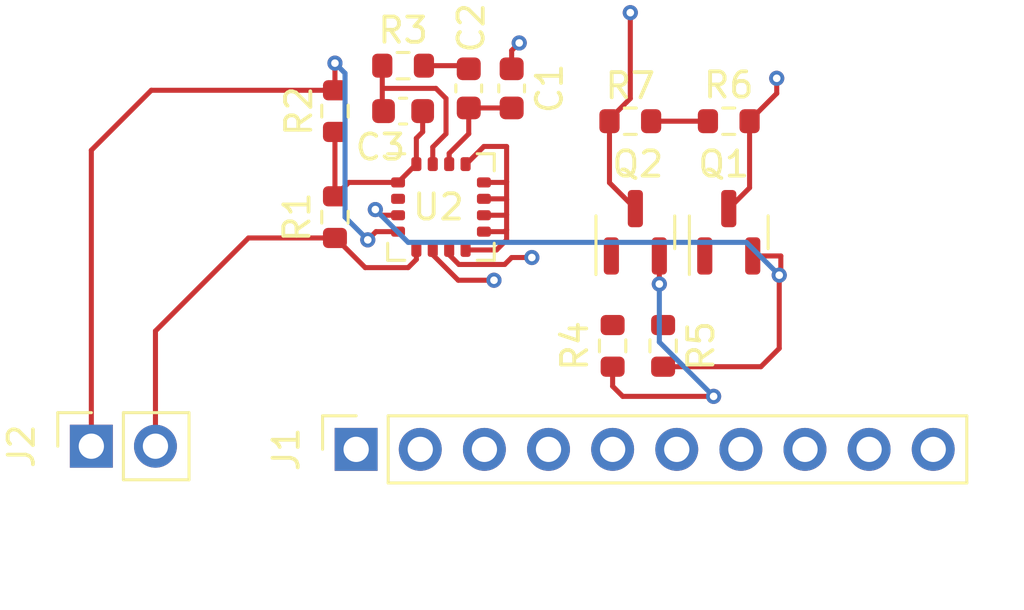
<source format=kicad_pcb>
(kicad_pcb (version 20221018) (generator pcbnew)
  (layers (0 "F.Cu" signal) (31 "B.Cu" signal) (34 "B.Paste" user) (35 "F.Paste" user) (36 "B.SilkS" user "B.Silkscreen") (37 "F.SilkS" user "F.Silkscreen") (38 "B.Mask" user) (39 "F.Mask" user) (44 "Edge.Cuts" user))
  (net 0 "")
  (net 1 "Net-(U2-RES(CAP))")
  (net 2 "GND")
  (net 3 "Net-(C2-Pad2)")
  (net 4 "+2V8")
  (net 5 "/VIN")
  (net 6 "/I2C_CLK")
  (net 7 "/12C_SDA")
  (net 8 "/G_INT")
  (net 9 "/G_RDY")
  (net 13 "/SPI_CLK")
  (net 14 "/SPI_MISO")
  (net 15 "/SPI_CS")
  (net 16 "/SPI_MOSI")
  (net 17 "/12C_SDA_MISO")
  (footprint "Package_TO_SOT_SMD:SOT-23" (layer "F.Cu") (at 78.1 72.7 90)
    (fp_text reference "Q2" (at 2.7 0.1 180) (layer "F.SilkS"))
    (fp_text value "BSS138")
    (fp_line (start 0 -1.56) (end -1.675 -1.56) (stroke (width 0.12)) (layer "F.SilkS"))
    (fp_line (start 0 -1.56) (end 0.65 -1.56) (stroke (width 0.12)) (layer "F.SilkS"))
    (fp_line (start 0 1.56) (end -0.65 1.56) (stroke (width 0.12)) (layer "F.SilkS"))
    (fp_line (start 0 1.56) (end 0.65 1.56) (stroke (width 0.12)) (layer "F.SilkS"))
    (pad "1" smd roundrect (at -0.9375 -0.95 90) (size 1.475 0.6) (layers "F.Cu" "F.Paste" "F.Mask") (net 4 "+2V8"))
    (pad "2" smd roundrect (at -0.9375 0.95 90) (size 1.475 0.6) (layers "F.Cu" "F.Paste" "F.Mask") (net 13 "/SPI_CLK"))
    (pad "3" smd roundrect (at 0.9375 0 90) (size 1.475 0.6) (layers "F.Cu" "F.Paste" "F.Mask") (net 6 "/I2C_CLK"))
  )
  (footprint "Capacitor_SMD:C_0603_1608Metric" (layer "F.Cu") (at 68.9 67.9 180)
    (fp_text reference "C3" (at 0.9 -1.43) (layer "F.SilkS"))
    (fp_text value "100nF")
    (fp_line (start -0.14058 -0.51) (end 0.14058 -0.51) (stroke (width 0.12)) (layer "F.SilkS"))
    (fp_line (start -0.14058 0.51) (end 0.14058 0.51) (stroke (width 0.12)) (layer "F.SilkS"))
    (pad "1" smd roundrect (at -0.775 0 180) (size 0.9 0.95) (layers "F.Cu" "F.Paste" "F.Mask") (net 4 "+2V8"))
    (pad "2" smd roundrect (at 0.775 0 180) (size 0.9 0.95) (layers "F.Cu" "F.Paste" "F.Mask") (net 2 "GND"))
  )
  (footprint "Resistor_SMD:R_0603_1608Metric" (layer "F.Cu") (at 77.9 68.3 180)
    (fp_text reference "R7" (at 0 1.4) (layer "F.SilkS"))
    (fp_text value "10k")
    (fp_line (start -0.237258 -0.5225) (end 0.237258 -0.5225) (stroke (width 0.12)) (layer "F.SilkS"))
    (fp_line (start -0.237258 0.5225) (end 0.237258 0.5225) (stroke (width 0.12)) (layer "F.SilkS"))
    (pad "1" smd roundrect (at -0.825 0 180) (size 0.8 0.95) (layers "F.Cu" "F.Paste" "F.Mask") (net 5 "/VIN"))
    (pad "2" smd roundrect (at 0.825 0 180) (size 0.8 0.95) (layers "F.Cu" "F.Paste" "F.Mask") (net 6 "/I2C_CLK"))
  )
  (footprint "Connector_PinSocket_2.54mm:PinSocket_1x10_P2.54mm_Vertical" (layer "F.Cu") (at 67.04 81.3 90)
    (fp_text reference "J1" (at 0 -2.77 90) (layer "F.SilkS"))
    (fp_text value "I2C_Gyro_Module")
    (fp_line (start -1.33 1.27) (end -1.33 24.19) (stroke (width 0.12)) (layer "F.SilkS"))
    (fp_line (start -1.33 1.27) (end 1.33 1.27) (stroke (width 0.12)) (layer "F.SilkS"))
    (fp_line (start -1.33 24.19) (end 1.33 24.19) (stroke (width 0.12)) (layer "F.SilkS"))
    (fp_line (start 0 -1.33) (end 1.33 -1.33) (stroke (width 0.12)) (layer "F.SilkS"))
    (fp_line (start 1.33 -1.33) (end 1.33 0) (stroke (width 0.12)) (layer "F.SilkS"))
    (fp_line (start 1.33 1.27) (end 1.33 24.19) (stroke (width 0.12)) (layer "F.SilkS"))
    (pad "1" thru_hole rect (at 0 0 90) (size 1.7 1.7) (drill 1) (layers "*.Cu" "*.Mask") (net 5 "/VIN"))
    (pad "2" thru_hole oval (at 0 2.54 90) (size 1.7 1.7) (drill 1) (layers "*.Cu" "*.Mask") (net 4 "+2V8"))
    (pad "3" thru_hole oval (at 0 5.08 90) (size 1.7 1.7) (drill 1) (layers "*.Cu" "*.Mask") (net 2 "GND"))
    (pad "4" thru_hole oval (at 0 7.62 90) (size 1.7 1.7) (drill 1) (layers "*.Cu" "*.Mask") (net 6 "/I2C_CLK"))
    (pad "5" thru_hole oval (at 0 10.16 90) (size 1.7 1.7) (drill 1) (layers "*.Cu" "*.Mask") (net 17 "/12C_SDA_MISO"))
    (pad "6" thru_hole oval (at 0 12.7 90) (size 1.7 1.7) (drill 1) (layers "*.Cu" "*.Mask") (net 8 "/G_INT"))
    (pad "7" thru_hole oval (at 0 15.24 90) (size 1.7 1.7) (drill 1) (layers "*.Cu" "*.Mask") (net 9 "/G_RDY"))
    (pad "8" thru_hole oval (at 0 17.78 90) (size 1.7 1.7) (drill 1) (layers "*.Cu" "*.Mask"))
    (pad "9" thru_hole oval (at 0 20.32 90) (size 1.7 1.7) (drill 1) (layers "*.Cu" "*.Mask"))
    (pad "10" thru_hole oval (at 0 22.86 90) (size 1.7 1.7) (drill 1) (layers "*.Cu" "*.Mask"))
  )
  (footprint "Capacitor_SMD:C_0603_1608Metric" (layer "F.Cu") (at 73.2 67 90)
    (fp_text reference "C1" (at 0 1.5 90) (layer "F.SilkS"))
    (fp_text value "10nF")
    (fp_line (start -0.14058 -0.51) (end 0.14058 -0.51) (stroke (width 0.12)) (layer "F.SilkS"))
    (fp_line (start -0.14058 0.51) (end 0.14058 0.51) (stroke (width 0.12)) (layer "F.SilkS"))
    (pad "1" smd roundrect (at -0.775 0 90) (size 0.9 0.95) (layers "F.Cu" "F.Paste" "F.Mask") (net 1 "Net-(U2-RES(CAP))"))
    (pad "2" smd roundrect (at 0.775 0 90) (size 0.9 0.95) (layers "F.Cu" "F.Paste" "F.Mask") (net 2 "GND"))
  )
  (footprint "Resistor_SMD:R_0603_1608Metric" (layer "F.Cu") (at 68.9 66.1 180)
    (fp_text reference "R3" (at 0 1.4) (layer "F.SilkS"))
    (fp_text value "10k")
    (fp_line (start -0.237258 -0.5225) (end 0.237258 -0.5225) (stroke (width 0.12)) (layer "F.SilkS"))
    (fp_line (start -0.237258 0.5225) (end 0.237258 0.5225) (stroke (width 0.12)) (layer "F.SilkS"))
    (pad "1" smd roundrect (at -0.825 0 180) (size 0.8 0.95) (layers "F.Cu" "F.Paste" "F.Mask") (net 3 "Net-(C2-Pad2)"))
    (pad "2" smd roundrect (at 0.825 0 180) (size 0.8 0.95) (layers "F.Cu" "F.Paste" "F.Mask") (net 2 "GND"))
  )
  (footprint "Resistor_SMD:R_0603_1608Metric" (layer "F.Cu") (at 66.2 72.1 -90)
    (fp_text reference "R1" (at 0 1.5 90) (layer "F.SilkS"))
    (fp_text value "10k")
    (fp_line (start -0.237258 -0.5225) (end 0.237258 -0.5225) (stroke (width 0.12)) (layer "F.SilkS"))
    (fp_line (start -0.237258 0.5225) (end 0.237258 0.5225) (stroke (width 0.12)) (layer "F.SilkS"))
    (pad "1" smd roundrect (at -0.825 0 270) (size 0.8 0.95) (layers "F.Cu" "F.Paste" "F.Mask") (net 4 "+2V8"))
    (pad "2" smd roundrect (at 0.825 0 270) (size 0.8 0.95) (layers "F.Cu" "F.Paste" "F.Mask") (net 15 "/SPI_CS"))
  )
  (footprint "Resistor_SMD:R_0603_1608Metric" (layer "F.Cu") (at 66.2 67.9 90)
    (fp_text reference "R2" (at 0 -1.43 90) (layer "F.SilkS"))
    (fp_text value "10k")
    (fp_line (start -0.237258 -0.5225) (end 0.237258 -0.5225) (stroke (width 0.12)) (layer "F.SilkS"))
    (fp_line (start -0.237258 0.5225) (end 0.237258 0.5225) (stroke (width 0.12)) (layer "F.SilkS"))
    (pad "1" smd roundrect (at -0.825 0 90) (size 0.8 0.95) (layers "F.Cu" "F.Paste" "F.Mask") (net 4 "+2V8"))
    (pad "2" smd roundrect (at 0.825 0 90) (size 0.8 0.95) (layers "F.Cu" "F.Paste" "F.Mask") (net 16 "/SPI_MOSI"))
  )
  (footprint "Resistor_SMD:R_0603_1608Metric" (layer "F.Cu") (at 81.8 68.3)
    (fp_text reference "R6" (at 0 -1.43) (layer "F.SilkS"))
    (fp_text value "10k")
    (fp_line (start -0.237258 -0.5225) (end 0.237258 -0.5225) (stroke (width 0.12)) (layer "F.SilkS"))
    (fp_line (start -0.237258 0.5225) (end 0.237258 0.5225) (stroke (width 0.12)) (layer "F.SilkS"))
    (pad "1" smd roundrect (at -0.825 0) (size 0.8 0.95) (layers "F.Cu" "F.Paste" "F.Mask") (net 5 "/VIN"))
    (pad "2" smd roundrect (at 0.825 0) (size 0.8 0.95) (layers "F.Cu" "F.Paste" "F.Mask") (net 7 "/12C_SDA"))
  )
  (footprint "Capacitor_SMD:C_0603_1608Metric" (layer "F.Cu") (at 71.5 67 90)
    (fp_text reference "C2" (at 2.4 0.1 90) (layer "F.SilkS"))
    (fp_text value "470nF")
    (fp_line (start -0.14058 -0.51) (end 0.14058 -0.51) (stroke (width 0.12)) (layer "F.SilkS"))
    (fp_line (start -0.14058 0.51) (end 0.14058 0.51) (stroke (width 0.12)) (layer "F.SilkS"))
    (pad "1" smd roundrect (at -0.775 0 90) (size 0.9 0.95) (layers "F.Cu" "F.Paste" "F.Mask") (net 1 "Net-(U2-RES(CAP))"))
    (pad "2" smd roundrect (at 0.775 0 90) (size 0.9 0.95) (layers "F.Cu" "F.Paste" "F.Mask") (net 3 "Net-(C2-Pad2)"))
  )
  (footprint "Resistor_SMD:R_0603_1608Metric" (layer "F.Cu") (at 77.2 77.2 -90)
    (fp_text reference "R4" (at 0 1.5 90) (layer "F.SilkS"))
    (fp_text value "10k")
    (fp_line (start -0.237258 -0.5225) (end 0.237258 -0.5225) (stroke (width 0.12)) (layer "F.SilkS"))
    (fp_line (start -0.237258 0.5225) (end 0.237258 0.5225) (stroke (width 0.12)) (layer "F.SilkS"))
    (pad "1" smd roundrect (at -0.825 0 270) (size 0.8 0.95) (layers "F.Cu" "F.Paste" "F.Mask") (net 4 "+2V8"))
    (pad "2" smd roundrect (at 0.825 0 270) (size 0.8 0.95) (layers "F.Cu" "F.Paste" "F.Mask") (net 13 "/SPI_CLK"))
  )
  (footprint "Package_TO_SOT_SMD:SOT-23" (layer "F.Cu") (at 81.8 72.7 90)
    (fp_text reference "Q1" (at 2.7 -0.2 180) (layer "F.SilkS"))
    (fp_text value "BSS138")
    (fp_line (start 0 -1.56) (end -1.675 -1.56) (stroke (width 0.12)) (layer "F.SilkS"))
    (fp_line (start 0 -1.56) (end 0.65 -1.56) (stroke (width 0.12)) (layer "F.SilkS"))
    (fp_line (start 0 1.56) (end -0.65 1.56) (stroke (width 0.12)) (layer "F.SilkS"))
    (fp_line (start 0 1.56) (end 0.65 1.56) (stroke (width 0.12)) (layer "F.SilkS"))
    (pad "1" smd roundrect (at -0.9375 -0.95 90) (size 1.475 0.6) (layers "F.Cu" "F.Paste" "F.Mask") (net 4 "+2V8"))
    (pad "2" smd roundrect (at -0.9375 0.95 90) (size 1.475 0.6) (layers "F.Cu" "F.Paste" "F.Mask") (net 14 "/SPI_MISO"))
    (pad "3" smd roundrect (at 0.9375 0 90) (size 1.475 0.6) (layers "F.Cu" "F.Paste" "F.Mask") (net 7 "/12C_SDA"))
  )
  (footprint "Resistor_SMD:R_0603_1608Metric" (layer "F.Cu") (at 79.2 77.2 -90)
    (fp_text reference "R5" (at 0 -1.5 90) (layer "F.SilkS"))
    (fp_text value "10k")
    (fp_line (start -0.237258 -0.5225) (end 0.237258 -0.5225) (stroke (width 0.12)) (layer "F.SilkS"))
    (fp_line (start -0.237258 0.5225) (end 0.237258 0.5225) (stroke (width 0.12)) (layer "F.SilkS"))
    (pad "1" smd roundrect (at -0.825 0 270) (size 0.8 0.95) (layers "F.Cu" "F.Paste" "F.Mask") (net 4 "+2V8"))
    (pad "2" smd roundrect (at 0.825 0 270) (size 0.8 0.95) (layers "F.Cu" "F.Paste" "F.Mask") (net 14 "/SPI_MISO"))
  )
  (footprint "Package_LGA:LGA-16_4x4mm_P0.65mm_LayoutBorder4x4y" (layer "F.Cu") (at 70.4 71.7)
    (fp_text reference "U2" (at -0.1 0) (layer "F.SilkS"))
    (fp_text value "L3GD20")
    (fp_line (start -2.11 2.11) (end -2.11 1.435) (stroke (width 0.12)) (layer "F.SilkS"))
    (fp_line (start -1.435 -2.11) (end -2.11 -2.11) (stroke (width 0.12)) (layer "F.SilkS"))
    (fp_line (start -1.435 2.11) (end -2.11 2.11) (stroke (width 0.12)) (layer "F.SilkS"))
    (fp_line (start 1.435 -2.11) (end 2.11 -2.11) (stroke (width 0.12)) (layer "F.SilkS"))
    (fp_line (start 1.435 2.11) (end 2.11 2.11) (stroke (width 0.12)) (layer "F.SilkS"))
    (fp_line (start 2.11 -2.11) (end 2.11 -1.435) (stroke (width 0.12)) (layer "F.SilkS"))
    (fp_line (start 2.11 2.11) (end 2.11 1.435) (stroke (width 0.12)) (layer "F.SilkS"))
    (pad "1" smd roundrect (at -1.7 -0.975) (size 0.55 0.4) (layers "F.Cu" "F.Paste" "F.Mask") (net 4 "+2V8"))
    (pad "2" smd roundrect (at -1.7 -0.325) (size 0.55 0.4) (layers "F.Cu" "F.Paste" "F.Mask") (net 13 "/SPI_CLK"))
    (pad "3" smd roundrect (at -1.7 0.325) (size 0.55 0.4) (layers "F.Cu" "F.Paste" "F.Mask") (net 14 "/SPI_MISO"))
    (pad "4" smd roundrect (at -1.7 0.975) (size 0.55 0.4) (layers "F.Cu" "F.Paste" "F.Mask") (net 16 "/SPI_MOSI"))
    (pad "5" smd roundrect (at -0.975 1.7) (size 0.4 0.55) (layers "F.Cu" "F.Paste" "F.Mask") (net 15 "/SPI_CS"))
    (pad "6" smd roundrect (at -0.325 1.7) (size 0.4 0.55) (layers "F.Cu" "F.Paste" "F.Mask") (net 9 "/G_RDY"))
    (pad "7" smd roundrect (at 0.325 1.7) (size 0.4 0.55) (layers "F.Cu" "F.Paste" "F.Mask") (net 8 "/G_INT"))
    (pad "8" smd roundrect (at 0.975 1.7) (size 0.4 0.55) (layers "F.Cu" "F.Paste" "F.Mask") (net 2 "GND"))
    (pad "9" smd roundrect (at 1.7 0.975) (size 0.55 0.4) (layers "F.Cu" "F.Paste" "F.Mask") (net 2 "GND"))
    (pad "10" smd roundrect (at 1.7 0.325) (size 0.55 0.4) (layers "F.Cu" "F.Paste" "F.Mask") (net 2 "GND"))
    (pad "11" smd roundrect (at 1.7 -0.325) (size 0.55 0.4) (layers "F.Cu" "F.Paste" "F.Mask") (net 2 "GND"))
    (pad "12" smd roundrect (at 1.7 -0.975) (size 0.55 0.4) (layers "F.Cu" "F.Paste" "F.Mask") (net 2 "GND"))
    (pad "13" smd roundrect (at 0.975 -1.7) (size 0.4 0.55) (layers "F.Cu" "F.Paste" "F.Mask") (net 2 "GND"))
    (pad "14" smd roundrect (at 0.325 -1.7) (size 0.4 0.55) (layers "F.Cu" "F.Paste" "F.Mask") (net 1 "Net-(U2-RES(CAP))"))
    (pad "15" smd roundrect (at -0.325 -1.7) (size 0.4 0.55) (layers "F.Cu" "F.Paste" "F.Mask") (net 2 "GND"))
    (pad "16" smd roundrect (at -0.975 -1.7) (size 0.4 0.55) (layers "F.Cu" "F.Paste" "F.Mask") (net 4 "+2V8"))
  )
  (footprint "Connector_PinSocket_2.54mm:PinSocket_1x02_P2.54mm_Vertical" (layer "F.Cu") (at 56.55 81.175 90)
    (fp_text reference "J2" (at 0 -2.77 90) (layer "F.SilkS"))
    (fp_text value "I2C_Gyro_Module")
    (fp_line (start -1.33 1.27) (end -1.33 3.87) (stroke (width 0.12)) (layer "F.SilkS"))
    (fp_line (start -1.33 1.27) (end 1.33 1.27) (stroke (width 0.12)) (layer "F.SilkS"))
    (fp_line (start -1.33 3.87) (end 1.33 3.87) (stroke (width 0.12)) (layer "F.SilkS"))
    (fp_line (start 0 -1.33) (end 1.33 -1.33) (stroke (width 0.12)) (layer "F.SilkS"))
    (fp_line (start 1.33 -1.33) (end 1.33 0) (stroke (width 0.12)) (layer "F.SilkS"))
    (fp_line (start 1.33 1.27) (end 1.33 3.87) (stroke (width 0.12)) (layer "F.SilkS"))
    (pad "1" thru_hole rect (at 0 0 90) (size 1.7 1.7) (drill 1) (layers "*.Cu" "*.Mask") (net 16 "/SPI_MOSI"))
    (pad "2" thru_hole oval (at 0 2.54 90) (size 1.7 1.7) (drill 1) (layers "*.Cu" "*.Mask") (net 15 "/SPI_CS"))
  )
  (segment (start 71.5 68.8) (end 71.5 67.775) (width 0.2) (layer "F.Cu") (net 1))
  (segment (start 70.725 69.575) (end 71.5 68.8) (width 0.2) (layer "F.Cu") (net 1))
  (segment (start 71.5 67.775) (end 73.2 67.775) (width 0.2) (layer "F.Cu") (net 1))
  (segment (start 70.725 70) (end 70.725 69.575) (width 0.2) (layer "F.Cu") (net 1))
  (segment (start 70.6 68.8) (end 70.6 67.4) (width 0.2) (layer "F.Cu") (net 2))
  (segment (start 73 72.6) (end 73 73) (width 0.2) (layer "F.Cu") (net 2))
  (segment (start 70.075 70) (end 70.075 69.325) (width 0.2) (layer "F.Cu") (net 2))
  (segment (start 72.975 70.725) (end 73 70.7) (width 0.2) (layer "F.Cu") (net 2))
  (segment (start 70.6 67.4) (end 70.2 67) (width 0.2) (layer "F.Cu") (net 2))
  (segment (start 73 69.3) (end 73 70.7) (width 0.2) (layer "F.Cu") (net 2))
  (segment (start 68.075 66.1) (end 68.075 67.85) (width 0.2) (layer "F.Cu") (net 2))
  (segment (start 73 71.4) (end 73 72) (width 0.2) (layer "F.Cu") (net 2))
  (segment (start 72.6 73.4) (end 73 73) (width 0.2) (layer "F.Cu") (net 2))
  (segment (start 70.075 69.325) (end 70.6 68.8) (width 0.2) (layer "F.Cu") (net 2))
  (segment (start 72.1 70.725) (end 72.975 70.725) (width 0.2) (layer "F.Cu") (net 2))
  (segment (start 73 72) (end 73 72.6) (width 0.2) (layer "F.Cu") (net 2))
  (segment (start 72.1 71.375) (end 72.975 71.375) (width 0.2) (layer "F.Cu") (net 2))
  (segment (start 71.375 73.4) (end 72.6 73.4) (width 0.2) (layer "F.Cu") (net 2))
  (segment (start 72.1 72.025) (end 72.975 72.025) (width 0.2) (layer "F.Cu") (net 2))
  (segment (start 73 70.7) (end 73 71.4) (width 0.2) (layer "F.Cu") (net 2))
  (segment (start 73.2 66.225) (end 73.2 65.5) (width 0.2) (layer "F.Cu") (net 2))
  (segment (start 72.1 72.675) (end 72.925 72.675) (width 0.2) (layer "F.Cu") (net 2))
  (segment (start 72.975 71.375) (end 73 71.4) (width 0.2) (layer "F.Cu") (net 2))
  (segment (start 72.925 72.675) (end 73 72.6) (width 0.2) (layer "F.Cu") (net 2))
  (segment (start 72.1 69.3) (end 73 69.3) (width 0.2) (layer "F.Cu") (net 2))
  (segment (start 72.975 72.025) (end 73 72) (width 0.2) (layer "F.Cu") (net 2))
  (segment (start 71.4 70) (end 72.1 69.3) (width 0.2) (layer "F.Cu") (net 2))
  (segment (start 70.2 67) (end 68.1 67) (width 0.2) (layer "F.Cu") (net 2))
  (segment (start 73.2 65.5) (end 73.5 65.2) (width 0.2) (layer "F.Cu") (net 2))
  (segment (start 68.075 67.85) (end 68.125 67.9) (width 0.2) (layer "F.Cu") (net 2))
  (segment (start 71.375 70) (end 71.4 70) (width 0.2) (layer "F.Cu") (net 2))
  (via (at 73.5 65.2) (size 0.6) (drill 0.3) (layers "F.Cu" "B.Cu") (net 2))
  (segment (start 71.5 66.225) (end 71.375 66.1) (width 0.2) (layer "F.Cu") (net 3))
  (segment (start 71.375 66.1) (end 69.725 66.1) (width 0.2) (layer "F.Cu") (net 3))
  (segment (start 68.7 70.725) (end 66.75 70.725) (width 0.2) (layer "F.Cu") (net 4))
  (segment (start 69.675 68.725) (end 69.425 68.975) (width 0.2) (layer "F.Cu") (net 4))
  (segment (start 66.75 70.725) (end 66.2 71.275) (width 0.2) (layer "F.Cu") (net 4))
  (segment (start 69.425 70) (end 68.7 70.725) (width 0.2) (layer "F.Cu") (net 4))
  (segment (start 66.2 71.275) (end 66.2 68.725) (width 0.2) (layer "F.Cu") (net 4))
  (segment (start 69.425 68.975) (end 69.425 70) (width 0.2) (layer "F.Cu") (net 4))
  (segment (start 69.675 67.9) (end 69.675 68.725) (width 0.2) (layer "F.Cu") (net 4))
  (segment (start 78.725 68.3) (end 80.975 68.3) (width 0.2) (layer "F.Cu") (net 5))
  (segment (start 77.9 67.4) (end 77.9 64) (width 0.2) (layer "F.Cu") (net 6))
  (segment (start 77.075 68.3) (end 77.075 68.225) (width 0.2) (layer "F.Cu") (net 6))
  (segment (start 77.075 68.3) (end 77.075 70.7375) (width 0.2) (layer "F.Cu") (net 6))
  (segment (start 77.075 68.225) (end 77.9 67.4) (width 0.2) (layer "F.Cu") (net 6))
  (segment (start 77.075 70.7375) (end 78.1 71.7625) (width 0.2) (layer "F.Cu") (net 6))
  (via (at 77.9 64) (size 0.6) (drill 0.3) (layers "F.Cu" "B.Cu") (net 6))
  (segment (start 82.625 68.275) (end 83.7 67.2) (width 0.2) (layer "F.Cu") (net 7))
  (segment (start 83.7 67.2) (end 83.7 66.6) (width 0.2) (layer "F.Cu") (net 7))
  (segment (start 82.625 70.9375) (end 81.8 71.7625) (width 0.2) (layer "F.Cu") (net 7))
  (segment (start 82.625 68.3) (end 82.625 68.275) (width 0.2) (layer "F.Cu") (net 7))
  (segment (start 82.625 68.3) (end 82.625 70.9375) (width 0.2) (layer "F.Cu") (net 7))
  (via (at 83.7 66.6) (size 0.6) (drill 0.3) (layers "F.Cu" "B.Cu") (net 7))
  (segment (start 70.725 73.4) (end 70.725 73.590685) (width 0.2) (layer "F.Cu") (net 8))
  (segment (start 71.109315 73.975) (end 72.925 73.975) (width 0.2) (layer "F.Cu") (net 8))
  (segment (start 72.925 73.975) (end 73.2 73.7) (width 0.2) (layer "F.Cu") (net 8))
  (segment (start 70.725 73.590685) (end 71.109315 73.975) (width 0.2) (layer "F.Cu") (net 8))
  (segment (start 73.2 73.7) (end 74 73.7) (width 0.2) (layer "F.Cu") (net 8))
  (via (at 74 73.7) (size 0.6) (drill 0.3) (layers "F.Cu" "B.Cu") (net 8))
  (segment (start 70.075 73.590685) (end 71.084315 74.6) (width 0.2) (layer "F.Cu") (net 9))
  (segment (start 71.084315 74.6) (end 72.5 74.6) (width 0.2) (layer "F.Cu") (net 9))
  (segment (start 70.075 73.4) (end 70.075 73.590685) (width 0.2) (layer "F.Cu") (net 9))
  (via (at 72.5 74.6) (size 0.6) (drill 0.3) (layers "F.Cu" "B.Cu") (net 9))
  (segment (start 79.05 73.6375) (end 79.05 74.75) (width 0.2) (layer "F.Cu") (net 13))
  (segment (start 81.2 79.2) (end 77.6 79.2) (width 0.2) (layer "F.Cu") (net 13))
  (segment (start 77.2 78.8) (end 77.2 78.025) (width 0.2) (layer "F.Cu") (net 13))
  (segment (start 77.6 79.2) (end 77.2 78.8) (width 0.2) (layer "F.Cu") (net 13))
  (via (at 79.05 74.75) (size 0.6) (drill 0.3) (layers "F.Cu" "B.Cu") (net 13))
  (via (at 81.2 79.2) (size 0.6) (drill 0.3) (layers "F.Cu" "B.Cu") (net 13))
  (segment (start 79.05 74.75) (end 79.05 77.05) (width 0.2) (layer "B.Cu") (net 13))
  (segment (start 79.05 77.05) (end 81.2 79.2) (width 0.2) (layer "B.Cu") (net 13))
  (segment (start 83.8 74.4) (end 83.8 77.3) (width 0.2) (layer "F.Cu") (net 14))
  (segment (start 68.025 72.025) (end 67.8 71.8) (width 0.2) (layer "F.Cu") (net 14))
  (segment (start 83.8 77.3) (end 83.075 78.025) (width 0.2) (layer "F.Cu") (net 14))
  (segment (start 68.7 72.025) (end 68.025 72.025) (width 0.2) (layer "F.Cu") (net 14))
  (segment (start 83.8625 74.3375) (end 83.8 74.4) (width 0.2) (layer "F.Cu") (net 14))
  (segment (start 82.75 73.6375) (end 83.8625 73.6375) (width 0.2) (layer "F.Cu") (net 14))
  (segment (start 83.075 78.025) (end 79.2 78.025) (width 0.2) (layer "F.Cu") (net 14))
  (segment (start 83.8625 73.6375) (end 83.8625 74.3375) (width 0.2) (layer "F.Cu") (net 14))
  (via (at 67.8 71.8) (size 0.6) (drill 0.3) (layers "F.Cu" "B.Cu") (net 14))
  (via (at 83.8 74.4) (size 0.6) (drill 0.3) (layers "F.Cu" "B.Cu") (net 14))
  (segment (start 69.1 73.1) (end 67.8 71.8) (width 0.2) (layer "B.Cu") (net 14))
  (segment (start 83.8 74.4) (end 82.5 73.1) (width 0.2) (layer "B.Cu") (net 14))
  (segment (start 82.5 73.1) (end 69.1 73.1) (width 0.2) (layer "B.Cu") (net 14))
  (segment (start 66.225 72.925) (end 66.2 72.925) (width 0.2) (layer "F.Cu") (net 15))
  (segment (start 69.425 73.4) (end 69.425 73.775) (width 0.2) (layer "F.Cu") (net 15))
  (segment (start 62.775 72.925) (end 59.09 76.61) (width 0.2) (layer "F.Cu") (net 15))
  (segment (start 69.425 73.775) (end 69.1 74.1) (width 0.2) (layer "F.Cu") (net 15))
  (segment (start 66.2 72.925) (end 62.775 72.925) (width 0.2) (layer "F.Cu") (net 15))
  (segment (start 59.09 76.61) (end 59.09 81.175) (width 0.2) (layer "F.Cu") (net 15))
  (segment (start 67.4 74.1) (end 66.225 72.925) (width 0.2) (layer "F.Cu") (net 15))
  (segment (start 69.1 74.1) (end 67.4 74.1) (width 0.2) (layer "F.Cu") (net 15))
  (segment (start 58.925 67.075) (end 56.55 69.45) (width 0.2) (layer "F.Cu") (net 16))
  (segment (start 66.2 67.075) (end 66.2 66) (width 0.2) (layer "F.Cu") (net 16))
  (segment (start 56.55 69.45) (end 56.55 81.175) (width 0.2) (layer "F.Cu") (net 16))
  (segment (start 67.825 72.675) (end 68.7 72.675) (width 0.2) (layer "F.Cu") (net 16))
  (segment (start 66.2 67.075) (end 58.925 67.075) (width 0.2) (layer "F.Cu") (net 16))
  (segment (start 67.5 73) (end 67.825 72.675) (width 0.2) (layer "F.Cu") (net 16))
  (via (at 66.2 66) (size 0.6) (drill 0.3) (layers "F.Cu" "B.Cu") (net 16))
  (via (at 67.5 73) (size 0.6) (drill 0.3) (layers "F.Cu" "B.Cu") (net 16))
  (segment (start 66.6 66.4) (end 66.6 66.5) (width 0.2) (layer "B.Cu") (net 16))
  (segment (start 66.6 72.1) (end 67.5 73) (width 0.2) (layer "B.Cu") (net 16))
  (segment (start 66.6 66.5) (end 66.6 72.1) (width 0.2) (layer "B.Cu") (net 16))
  (segment (start 66.2 66) (end 66.6 66.4) (width 0.2) (layer "B.Cu") (net 16))
)
</source>
